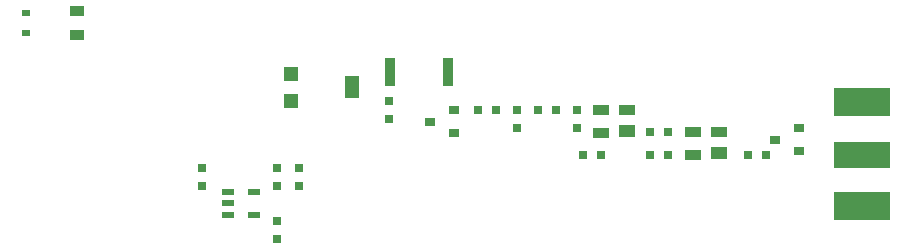
<source format=gbr>
G04 #@! TF.GenerationSoftware,KiCad,Pcbnew,(2017-05-02 revision e4d2924ee)-makepkg*
G04 #@! TF.CreationDate,2017-08-14T20:38:34-05:00*
G04 #@! TF.ProjectId,NoiseGen,4E6F69736547656E2E6B696361645F70,rev?*
G04 #@! TF.FileFunction,Paste,Top*
G04 #@! TF.FilePolarity,Positive*
%FSLAX46Y46*%
G04 Gerber Fmt 4.6, Leading zero omitted, Abs format (unit mm)*
G04 Created by KiCad (PCBNEW (2017-05-02 revision e4d2924ee)-makepkg) date 08/14/17 20:38:34*
%MOMM*%
%LPD*%
G01*
G04 APERTURE LIST*
%ADD10C,0.100000*%
%ADD11R,0.712500X0.760000*%
%ADD12R,0.760000X0.712500*%
%ADD13R,0.760000X0.570000*%
%ADD14R,4.826000X2.485390*%
%ADD15R,4.826000X2.171700*%
%ADD16R,0.950000X2.375000*%
%ADD17R,1.187500X0.950000*%
%ADD18R,1.330000X1.140000*%
%ADD19R,1.330000X0.950000*%
%ADD20R,1.007000X0.617500*%
%ADD21R,1.235000X1.235000*%
%ADD22R,1.235000X1.900000*%
%ADD23R,0.855000X0.760000*%
G04 APERTURE END LIST*
D10*
D11*
X106680000Y-97040000D03*
X106680000Y-98540000D03*
D12*
X115685000Y-97790000D03*
X114185000Y-97790000D03*
X123075000Y-101600000D03*
X124575000Y-101600000D03*
D11*
X90805000Y-104255000D03*
X90805000Y-102755000D03*
D12*
X128790000Y-99695000D03*
X130290000Y-99695000D03*
D11*
X97155000Y-107200000D03*
X97155000Y-108700000D03*
D12*
X128790000Y-101600000D03*
X130290000Y-101600000D03*
D11*
X97155000Y-104255000D03*
X97155000Y-102755000D03*
D12*
X137045000Y-101600000D03*
X138545000Y-101600000D03*
D11*
X99060000Y-102755000D03*
X99060000Y-104255000D03*
D13*
X75946000Y-91274000D03*
X75946000Y-89574000D03*
D14*
X146685000Y-105918000D03*
X146685000Y-97155000D03*
D15*
X146685000Y-101600000D03*
D16*
X111670000Y-94615000D03*
X106770000Y-94615000D03*
D11*
X117475000Y-97802000D03*
X117475000Y-99302000D03*
D12*
X119265000Y-97790000D03*
X120765000Y-97790000D03*
D11*
X122555000Y-99302000D03*
X122555000Y-97802000D03*
D17*
X80264000Y-91424000D03*
X80264000Y-89424000D03*
D18*
X126830000Y-99576000D03*
D19*
X126830000Y-97856000D03*
X124630000Y-97856000D03*
X124630000Y-99756000D03*
D20*
X95250000Y-104780000D03*
X95250000Y-106680000D03*
X93050000Y-106680000D03*
X93050000Y-105730000D03*
X93050000Y-104780000D03*
D19*
X132420000Y-101600000D03*
X132420000Y-99700000D03*
X134620000Y-99700000D03*
D18*
X134620000Y-101420000D03*
D21*
X98365000Y-94735000D03*
D22*
X103565000Y-95885000D03*
D21*
X98365000Y-97035000D03*
D23*
X110125000Y-98806000D03*
X112125000Y-97856000D03*
X112125000Y-99756000D03*
X139335000Y-100330000D03*
X141335000Y-99380000D03*
X141335000Y-101280000D03*
M02*

</source>
